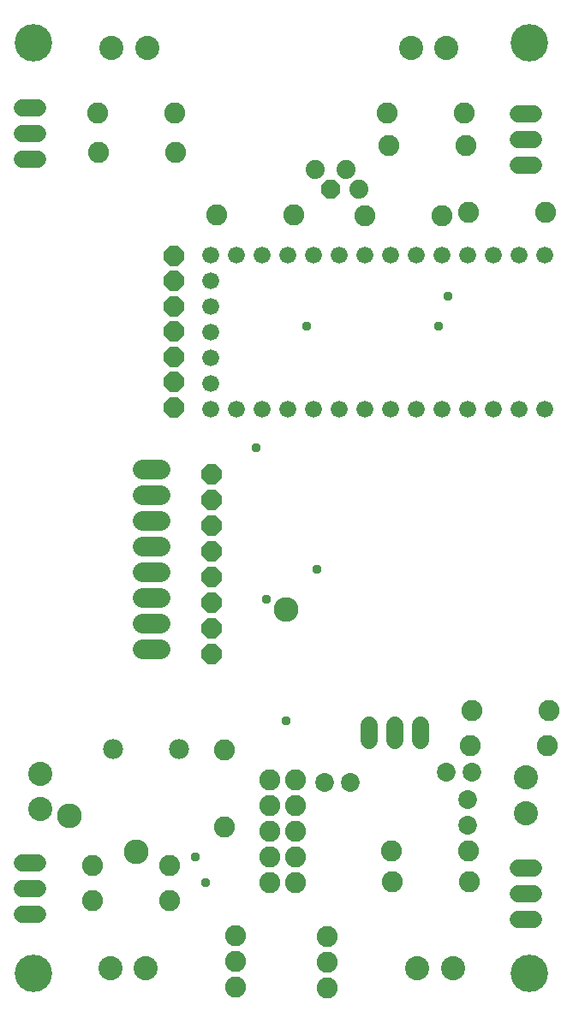
<source format=gbr>
G04 EAGLE Gerber RS-274X export*
G75*
%MOMM*%
%FSLAX34Y34*%
%LPD*%
%INSoldermask Bottom*%
%IPPOS*%
%AMOC8*
5,1,8,0,0,1.08239X$1,22.5*%
G01*
%ADD10C,3.703200*%
%ADD11C,1.854200*%
%ADD12C,1.727200*%
%ADD13C,2.387600*%
%ADD14C,2.082800*%
%ADD15C,1.879600*%
%ADD16P,2.034460X8X112.500000*%
%ADD17C,1.981200*%
%ADD18P,2.144431X8X22.500000*%
%ADD19C,1.676400*%
%ADD20P,2.144431X8X292.500000*%
%ADD21P,2.144431X8X112.500000*%
%ADD22C,1.981200*%
%ADD23C,2.453200*%
%ADD24C,0.959600*%


D10*
X40000Y40000D03*
X530000Y40000D03*
X530000Y960000D03*
X40000Y960000D03*
D11*
X469000Y211500D03*
X469000Y186100D03*
X447700Y239000D03*
X473100Y239000D03*
X327650Y229000D03*
X353050Y229000D03*
D12*
X372000Y270080D02*
X372000Y285320D01*
X397400Y285320D02*
X397400Y270080D01*
X422800Y270080D02*
X422800Y285320D01*
D13*
X46400Y202400D03*
X46400Y237400D03*
X526400Y198600D03*
X526400Y233600D03*
X117100Y955000D03*
X152100Y955000D03*
X413300Y955000D03*
X448300Y955000D03*
X419500Y45000D03*
X454500Y45000D03*
X115700Y45000D03*
X150700Y45000D03*
D14*
X273700Y231200D03*
X299100Y231200D03*
X273700Y205800D03*
X299100Y205800D03*
X273700Y180400D03*
X299100Y180400D03*
X273700Y155000D03*
X299100Y155000D03*
X273700Y129600D03*
X299100Y129600D03*
D15*
X318010Y834684D03*
D16*
X333250Y815316D03*
D15*
X348490Y834684D03*
X361190Y815316D03*
D17*
X118700Y261800D03*
X183700Y261800D03*
D14*
X239900Y26800D03*
X239900Y52200D03*
X239900Y77600D03*
X329900Y25400D03*
X329900Y50800D03*
X329900Y76200D03*
D12*
X44220Y895900D02*
X28980Y895900D01*
X28980Y870500D02*
X44220Y870500D01*
X44220Y845100D02*
X28980Y845100D01*
X518980Y890200D02*
X534220Y890200D01*
X534220Y864800D02*
X518980Y864800D01*
X518980Y839400D02*
X534220Y839400D01*
X534220Y144500D02*
X518980Y144500D01*
X518980Y119100D02*
X534220Y119100D01*
X534220Y93700D02*
X518980Y93700D01*
X44220Y148800D02*
X28980Y148800D01*
X28980Y123400D02*
X44220Y123400D01*
X44220Y98000D02*
X28980Y98000D01*
D14*
X473600Y300100D03*
X549800Y300100D03*
X103600Y890900D03*
X179800Y890900D03*
X465900Y891000D03*
X389700Y891000D03*
X470000Y161000D03*
X393800Y161000D03*
X98400Y146500D03*
X174600Y146500D03*
X229000Y260700D03*
X229000Y184500D03*
X472000Y265100D03*
X548200Y265100D03*
X297100Y789900D03*
X220900Y789900D03*
X546200Y792400D03*
X470000Y792400D03*
X443400Y789100D03*
X367200Y789100D03*
X180000Y851600D03*
X103800Y851600D03*
X390900Y858400D03*
X467100Y858400D03*
X394300Y130900D03*
X470500Y130900D03*
X174800Y111600D03*
X98600Y111600D03*
D18*
X216300Y533600D03*
X216300Y508200D03*
X216300Y482800D03*
X216300Y457400D03*
X216300Y432000D03*
X216300Y406600D03*
X216300Y381200D03*
X216300Y355800D03*
D19*
X545600Y750200D03*
X520200Y750200D03*
X494800Y750200D03*
X469400Y750200D03*
X444000Y750200D03*
X418600Y750200D03*
X393200Y750200D03*
X367800Y750200D03*
X342400Y750200D03*
X317000Y750200D03*
X291600Y750200D03*
X266200Y750200D03*
X240800Y750200D03*
X215400Y750200D03*
X215400Y724800D03*
X215400Y699400D03*
X215400Y674000D03*
X215400Y648600D03*
X215400Y623200D03*
X215400Y597800D03*
X240800Y597800D03*
X266200Y597800D03*
X291600Y597800D03*
X317000Y597800D03*
X342400Y597800D03*
X367800Y597800D03*
X393200Y597800D03*
X418600Y597800D03*
X444000Y597800D03*
X469400Y597800D03*
X494800Y597800D03*
X520200Y597800D03*
X545600Y597800D03*
D20*
X179000Y599900D03*
D21*
X179000Y624900D03*
X179000Y649900D03*
X179000Y674900D03*
X179000Y699900D03*
X179000Y724900D03*
X179000Y749900D03*
D22*
X165590Y437200D02*
X147810Y437200D01*
X147810Y462600D02*
X165590Y462600D01*
X165590Y411800D02*
X147810Y411800D01*
X147810Y386400D02*
X165590Y386400D01*
X165590Y361000D02*
X147810Y361000D01*
X147810Y488000D02*
X165590Y488000D01*
X165590Y513400D02*
X147810Y513400D01*
X147810Y538800D02*
X165590Y538800D01*
D23*
X290000Y400000D03*
X75500Y196000D03*
X141750Y160500D03*
D24*
X260000Y560000D03*
X320000Y440000D03*
X310000Y680000D03*
X440000Y680000D03*
X450000Y710000D03*
X290000Y290000D03*
X200000Y155000D03*
X210000Y130000D03*
X270000Y410000D03*
M02*

</source>
